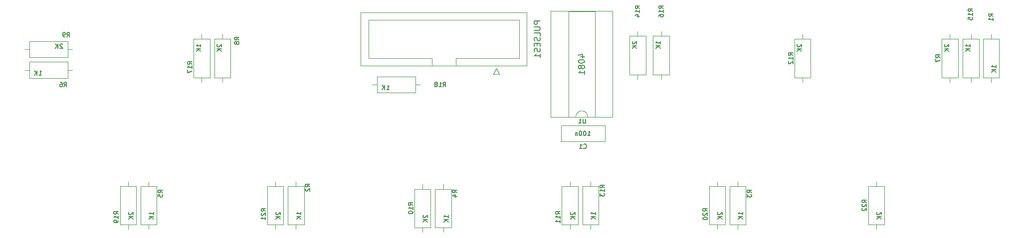
<source format=gbr>
G04 #@! TF.GenerationSoftware,KiCad,Pcbnew,(6.0.5)*
G04 #@! TF.CreationDate,2022-07-31T15:37:13-05:00*
G04 #@! TF.ProjectId,KosmoPulseMain,4b6f736d-6f50-4756-9c73-654d61696e2e,rev?*
G04 #@! TF.SameCoordinates,Original*
G04 #@! TF.FileFunction,Legend,Bot*
G04 #@! TF.FilePolarity,Positive*
%FSLAX46Y46*%
G04 Gerber Fmt 4.6, Leading zero omitted, Abs format (unit mm)*
G04 Created by KiCad (PCBNEW (6.0.5)) date 2022-07-31 15:37:13*
%MOMM*%
%LPD*%
G01*
G04 APERTURE LIST*
%ADD10C,0.150000*%
%ADD11C,0.120000*%
G04 APERTURE END LIST*
D10*
X83839285Y-139017857D02*
X83482142Y-138767857D01*
X83839285Y-138589285D02*
X83089285Y-138589285D01*
X83089285Y-138875000D01*
X83125000Y-138946428D01*
X83160714Y-138982142D01*
X83232142Y-139017857D01*
X83339285Y-139017857D01*
X83410714Y-138982142D01*
X83446428Y-138946428D01*
X83482142Y-138875000D01*
X83482142Y-138589285D01*
X83839285Y-139732142D02*
X83839285Y-139303571D01*
X83839285Y-139517857D02*
X83089285Y-139517857D01*
X83196428Y-139446428D01*
X83267857Y-139375000D01*
X83303571Y-139303571D01*
X83839285Y-140089285D02*
X83839285Y-140232142D01*
X83803571Y-140303571D01*
X83767857Y-140339285D01*
X83660714Y-140410714D01*
X83517857Y-140446428D01*
X83232142Y-140446428D01*
X83160714Y-140410714D01*
X83125000Y-140375000D01*
X83089285Y-140303571D01*
X83089285Y-140160714D01*
X83125000Y-140089285D01*
X83160714Y-140053571D01*
X83232142Y-140017857D01*
X83410714Y-140017857D01*
X83482142Y-140053571D01*
X83517857Y-140089285D01*
X83553571Y-140160714D01*
X83553571Y-140303571D01*
X83517857Y-140375000D01*
X83482142Y-140410714D01*
X83410714Y-140446428D01*
X85668714Y-138688714D02*
X85633000Y-138724428D01*
X85597285Y-138795857D01*
X85597285Y-138974428D01*
X85633000Y-139045857D01*
X85668714Y-139081571D01*
X85740142Y-139117285D01*
X85811571Y-139117285D01*
X85918714Y-139081571D01*
X86347285Y-138653000D01*
X86347285Y-139117285D01*
X86347285Y-139438714D02*
X85597285Y-139438714D01*
X86347285Y-139867285D02*
X85918714Y-139545857D01*
X85597285Y-139867285D02*
X86025857Y-139438714D01*
X75125000Y-108839285D02*
X75375000Y-108482142D01*
X75553571Y-108839285D02*
X75553571Y-108089285D01*
X75267857Y-108089285D01*
X75196428Y-108125000D01*
X75160714Y-108160714D01*
X75125000Y-108232142D01*
X75125000Y-108339285D01*
X75160714Y-108410714D01*
X75196428Y-108446428D01*
X75267857Y-108482142D01*
X75553571Y-108482142D01*
X74767857Y-108839285D02*
X74625000Y-108839285D01*
X74553571Y-108803571D01*
X74517857Y-108767857D01*
X74446428Y-108660714D01*
X74410714Y-108517857D01*
X74410714Y-108232142D01*
X74446428Y-108160714D01*
X74482142Y-108125000D01*
X74553571Y-108089285D01*
X74696428Y-108089285D01*
X74767857Y-108125000D01*
X74803571Y-108160714D01*
X74839285Y-108232142D01*
X74839285Y-108410714D01*
X74803571Y-108482142D01*
X74767857Y-108517857D01*
X74696428Y-108553571D01*
X74553571Y-108553571D01*
X74482142Y-108517857D01*
X74446428Y-108482142D01*
X74410714Y-108410714D01*
X74367285Y-110152714D02*
X74331571Y-110117000D01*
X74260142Y-110081285D01*
X74081571Y-110081285D01*
X74010142Y-110117000D01*
X73974428Y-110152714D01*
X73938714Y-110224142D01*
X73938714Y-110295571D01*
X73974428Y-110402714D01*
X74403000Y-110831285D01*
X73938714Y-110831285D01*
X73617285Y-110831285D02*
X73617285Y-110081285D01*
X73188714Y-110831285D02*
X73510142Y-110402714D01*
X73188714Y-110081285D02*
X73617285Y-110509857D01*
X183839285Y-138517857D02*
X183482142Y-138267857D01*
X183839285Y-138089285D02*
X183089285Y-138089285D01*
X183089285Y-138375000D01*
X183125000Y-138446428D01*
X183160714Y-138482142D01*
X183232142Y-138517857D01*
X183339285Y-138517857D01*
X183410714Y-138482142D01*
X183446428Y-138446428D01*
X183482142Y-138375000D01*
X183482142Y-138089285D01*
X183160714Y-138803571D02*
X183125000Y-138839285D01*
X183089285Y-138910714D01*
X183089285Y-139089285D01*
X183125000Y-139160714D01*
X183160714Y-139196428D01*
X183232142Y-139232142D01*
X183303571Y-139232142D01*
X183410714Y-139196428D01*
X183839285Y-138767857D01*
X183839285Y-139232142D01*
X183089285Y-139696428D02*
X183089285Y-139767857D01*
X183125000Y-139839285D01*
X183160714Y-139875000D01*
X183232142Y-139910714D01*
X183375000Y-139946428D01*
X183553571Y-139946428D01*
X183696428Y-139910714D01*
X183767857Y-139875000D01*
X183803571Y-139839285D01*
X183839285Y-139767857D01*
X183839285Y-139696428D01*
X183803571Y-139625000D01*
X183767857Y-139589285D01*
X183696428Y-139553571D01*
X183553571Y-139517857D01*
X183375000Y-139517857D01*
X183232142Y-139553571D01*
X183160714Y-139589285D01*
X183125000Y-139625000D01*
X183089285Y-139696428D01*
X185668714Y-138688714D02*
X185633000Y-138724428D01*
X185597285Y-138795857D01*
X185597285Y-138974428D01*
X185633000Y-139045857D01*
X185668714Y-139081571D01*
X185740142Y-139117285D01*
X185811571Y-139117285D01*
X185918714Y-139081571D01*
X186347285Y-138653000D01*
X186347285Y-139117285D01*
X186347285Y-139438714D02*
X185597285Y-139438714D01*
X186347285Y-139867285D02*
X185918714Y-139545857D01*
X185597285Y-139867285D02*
X186025857Y-139438714D01*
X166339285Y-134517857D02*
X165982142Y-134267857D01*
X166339285Y-134089285D02*
X165589285Y-134089285D01*
X165589285Y-134375000D01*
X165625000Y-134446428D01*
X165660714Y-134482142D01*
X165732142Y-134517857D01*
X165839285Y-134517857D01*
X165910714Y-134482142D01*
X165946428Y-134446428D01*
X165982142Y-134375000D01*
X165982142Y-134089285D01*
X166339285Y-135232142D02*
X166339285Y-134803571D01*
X166339285Y-135017857D02*
X165589285Y-135017857D01*
X165696428Y-134946428D01*
X165767857Y-134875000D01*
X165803571Y-134803571D01*
X165589285Y-135482142D02*
X165589285Y-135946428D01*
X165875000Y-135696428D01*
X165875000Y-135803571D01*
X165910714Y-135875000D01*
X165946428Y-135910714D01*
X166017857Y-135946428D01*
X166196428Y-135946428D01*
X166267857Y-135910714D01*
X166303571Y-135875000D01*
X166339285Y-135803571D01*
X166339285Y-135589285D01*
X166303571Y-135517857D01*
X166267857Y-135482142D01*
X164847285Y-139117285D02*
X164847285Y-138688714D01*
X164847285Y-138903000D02*
X164097285Y-138903000D01*
X164204428Y-138831571D01*
X164275857Y-138760142D01*
X164311571Y-138688714D01*
X164847285Y-139438714D02*
X164097285Y-139438714D01*
X164847285Y-139867285D02*
X164418714Y-139545857D01*
X164097285Y-139867285D02*
X164525857Y-139438714D01*
X232339285Y-105375000D02*
X231982142Y-105125000D01*
X232339285Y-104946428D02*
X231589285Y-104946428D01*
X231589285Y-105232142D01*
X231625000Y-105303571D01*
X231660714Y-105339285D01*
X231732142Y-105375000D01*
X231839285Y-105375000D01*
X231910714Y-105339285D01*
X231946428Y-105303571D01*
X231982142Y-105232142D01*
X231982142Y-104946428D01*
X232339285Y-106089285D02*
X232339285Y-105660714D01*
X232339285Y-105875000D02*
X231589285Y-105875000D01*
X231696428Y-105803571D01*
X231767857Y-105732142D01*
X231803571Y-105660714D01*
X232847285Y-114117285D02*
X232847285Y-113688714D01*
X232847285Y-113903000D02*
X232097285Y-113903000D01*
X232204428Y-113831571D01*
X232275857Y-113760142D01*
X232311571Y-113688714D01*
X232847285Y-114438714D02*
X232097285Y-114438714D01*
X232847285Y-114867285D02*
X232418714Y-114545857D01*
X232097285Y-114867285D02*
X232525857Y-114438714D01*
X223339285Y-112375000D02*
X222982142Y-112125000D01*
X223339285Y-111946428D02*
X222589285Y-111946428D01*
X222589285Y-112232142D01*
X222625000Y-112303571D01*
X222660714Y-112339285D01*
X222732142Y-112375000D01*
X222839285Y-112375000D01*
X222910714Y-112339285D01*
X222946428Y-112303571D01*
X222982142Y-112232142D01*
X222982142Y-111946428D01*
X222589285Y-112625000D02*
X222589285Y-113125000D01*
X223339285Y-112803571D01*
X224152714Y-110132714D02*
X224117000Y-110168428D01*
X224081285Y-110239857D01*
X224081285Y-110418428D01*
X224117000Y-110489857D01*
X224152714Y-110525571D01*
X224224142Y-110561285D01*
X224295571Y-110561285D01*
X224402714Y-110525571D01*
X224831285Y-110097000D01*
X224831285Y-110561285D01*
X224831285Y-110882714D02*
X224081285Y-110882714D01*
X224831285Y-111311285D02*
X224402714Y-110989857D01*
X224081285Y-111311285D02*
X224509857Y-110882714D01*
X191339285Y-135375000D02*
X190982142Y-135125000D01*
X191339285Y-134946428D02*
X190589285Y-134946428D01*
X190589285Y-135232142D01*
X190625000Y-135303571D01*
X190660714Y-135339285D01*
X190732142Y-135375000D01*
X190839285Y-135375000D01*
X190910714Y-135339285D01*
X190946428Y-135303571D01*
X190982142Y-135232142D01*
X190982142Y-134946428D01*
X190589285Y-135625000D02*
X190589285Y-136089285D01*
X190875000Y-135839285D01*
X190875000Y-135946428D01*
X190910714Y-136017857D01*
X190946428Y-136053571D01*
X191017857Y-136089285D01*
X191196428Y-136089285D01*
X191267857Y-136053571D01*
X191303571Y-136017857D01*
X191339285Y-135946428D01*
X191339285Y-135732142D01*
X191303571Y-135660714D01*
X191267857Y-135625000D01*
X189847285Y-139117285D02*
X189847285Y-138688714D01*
X189847285Y-138903000D02*
X189097285Y-138903000D01*
X189204428Y-138831571D01*
X189275857Y-138760142D01*
X189311571Y-138688714D01*
X189847285Y-139438714D02*
X189097285Y-139438714D01*
X189847285Y-139867285D02*
X189418714Y-139545857D01*
X189097285Y-139867285D02*
X189525857Y-139438714D01*
X104339285Y-109375000D02*
X103982142Y-109125000D01*
X104339285Y-108946428D02*
X103589285Y-108946428D01*
X103589285Y-109232142D01*
X103625000Y-109303571D01*
X103660714Y-109339285D01*
X103732142Y-109375000D01*
X103839285Y-109375000D01*
X103910714Y-109339285D01*
X103946428Y-109303571D01*
X103982142Y-109232142D01*
X103982142Y-108946428D01*
X103910714Y-109803571D02*
X103875000Y-109732142D01*
X103839285Y-109696428D01*
X103767857Y-109660714D01*
X103732142Y-109660714D01*
X103660714Y-109696428D01*
X103625000Y-109732142D01*
X103589285Y-109803571D01*
X103589285Y-109946428D01*
X103625000Y-110017857D01*
X103660714Y-110053571D01*
X103732142Y-110089285D01*
X103767857Y-110089285D01*
X103839285Y-110053571D01*
X103875000Y-110017857D01*
X103910714Y-109946428D01*
X103910714Y-109803571D01*
X103946428Y-109732142D01*
X103982142Y-109696428D01*
X104053571Y-109660714D01*
X104196428Y-109660714D01*
X104267857Y-109696428D01*
X104303571Y-109732142D01*
X104339285Y-109803571D01*
X104339285Y-109946428D01*
X104303571Y-110017857D01*
X104267857Y-110053571D01*
X104196428Y-110089285D01*
X104053571Y-110089285D01*
X103982142Y-110053571D01*
X103946428Y-110017857D01*
X103910714Y-109946428D01*
X100652714Y-110132714D02*
X100617000Y-110168428D01*
X100581285Y-110239857D01*
X100581285Y-110418428D01*
X100617000Y-110489857D01*
X100652714Y-110525571D01*
X100724142Y-110561285D01*
X100795571Y-110561285D01*
X100902714Y-110525571D01*
X101331285Y-110097000D01*
X101331285Y-110561285D01*
X101331285Y-110882714D02*
X100581285Y-110882714D01*
X101331285Y-111311285D02*
X100902714Y-110989857D01*
X100581285Y-111311285D02*
X101009857Y-110882714D01*
X91339285Y-135375000D02*
X90982142Y-135125000D01*
X91339285Y-134946428D02*
X90589285Y-134946428D01*
X90589285Y-135232142D01*
X90625000Y-135303571D01*
X90660714Y-135339285D01*
X90732142Y-135375000D01*
X90839285Y-135375000D01*
X90910714Y-135339285D01*
X90946428Y-135303571D01*
X90982142Y-135232142D01*
X90982142Y-134946428D01*
X90589285Y-136053571D02*
X90589285Y-135696428D01*
X90946428Y-135660714D01*
X90910714Y-135696428D01*
X90875000Y-135767857D01*
X90875000Y-135946428D01*
X90910714Y-136017857D01*
X90946428Y-136053571D01*
X91017857Y-136089285D01*
X91196428Y-136089285D01*
X91267857Y-136053571D01*
X91303571Y-136017857D01*
X91339285Y-135946428D01*
X91339285Y-135767857D01*
X91303571Y-135696428D01*
X91267857Y-135660714D01*
X89847285Y-139117285D02*
X89847285Y-138688714D01*
X89847285Y-138903000D02*
X89097285Y-138903000D01*
X89204428Y-138831571D01*
X89275857Y-138760142D01*
X89311571Y-138688714D01*
X89847285Y-139438714D02*
X89097285Y-139438714D01*
X89847285Y-139867285D02*
X89418714Y-139545857D01*
X89097285Y-139867285D02*
X89525857Y-139438714D01*
X74625000Y-117339285D02*
X74875000Y-116982142D01*
X75053571Y-117339285D02*
X75053571Y-116589285D01*
X74767857Y-116589285D01*
X74696428Y-116625000D01*
X74660714Y-116660714D01*
X74625000Y-116732142D01*
X74625000Y-116839285D01*
X74660714Y-116910714D01*
X74696428Y-116946428D01*
X74767857Y-116982142D01*
X75053571Y-116982142D01*
X73982142Y-116589285D02*
X74125000Y-116589285D01*
X74196428Y-116625000D01*
X74232142Y-116660714D01*
X74303571Y-116767857D01*
X74339285Y-116910714D01*
X74339285Y-117196428D01*
X74303571Y-117267857D01*
X74267857Y-117303571D01*
X74196428Y-117339285D01*
X74053571Y-117339285D01*
X73982142Y-117303571D01*
X73946428Y-117267857D01*
X73910714Y-117196428D01*
X73910714Y-117017857D01*
X73946428Y-116946428D01*
X73982142Y-116910714D01*
X74053571Y-116875000D01*
X74196428Y-116875000D01*
X74267857Y-116910714D01*
X74303571Y-116946428D01*
X74339285Y-117017857D01*
X70382714Y-115347285D02*
X70811285Y-115347285D01*
X70597000Y-115347285D02*
X70597000Y-114597285D01*
X70668428Y-114704428D01*
X70739857Y-114775857D01*
X70811285Y-114811571D01*
X70061285Y-115347285D02*
X70061285Y-114597285D01*
X69632714Y-115347285D02*
X69954142Y-114918714D01*
X69632714Y-114597285D02*
X70061285Y-115025857D01*
X133839285Y-137517857D02*
X133482142Y-137267857D01*
X133839285Y-137089285D02*
X133089285Y-137089285D01*
X133089285Y-137375000D01*
X133125000Y-137446428D01*
X133160714Y-137482142D01*
X133232142Y-137517857D01*
X133339285Y-137517857D01*
X133410714Y-137482142D01*
X133446428Y-137446428D01*
X133482142Y-137375000D01*
X133482142Y-137089285D01*
X133839285Y-138232142D02*
X133839285Y-137803571D01*
X133839285Y-138017857D02*
X133089285Y-138017857D01*
X133196428Y-137946428D01*
X133267857Y-137875000D01*
X133303571Y-137803571D01*
X133089285Y-138696428D02*
X133089285Y-138767857D01*
X133125000Y-138839285D01*
X133160714Y-138875000D01*
X133232142Y-138910714D01*
X133375000Y-138946428D01*
X133553571Y-138946428D01*
X133696428Y-138910714D01*
X133767857Y-138875000D01*
X133803571Y-138839285D01*
X133839285Y-138767857D01*
X133839285Y-138696428D01*
X133803571Y-138625000D01*
X133767857Y-138589285D01*
X133696428Y-138553571D01*
X133553571Y-138517857D01*
X133375000Y-138517857D01*
X133232142Y-138553571D01*
X133160714Y-138589285D01*
X133125000Y-138625000D01*
X133089285Y-138696428D01*
X135668714Y-139188714D02*
X135633000Y-139224428D01*
X135597285Y-139295857D01*
X135597285Y-139474428D01*
X135633000Y-139545857D01*
X135668714Y-139581571D01*
X135740142Y-139617285D01*
X135811571Y-139617285D01*
X135918714Y-139581571D01*
X136347285Y-139153000D01*
X136347285Y-139617285D01*
X136347285Y-139938714D02*
X135597285Y-139938714D01*
X136347285Y-140367285D02*
X135918714Y-140045857D01*
X135597285Y-140367285D02*
X136025857Y-139938714D01*
X198339285Y-112017857D02*
X197982142Y-111767857D01*
X198339285Y-111589285D02*
X197589285Y-111589285D01*
X197589285Y-111875000D01*
X197625000Y-111946428D01*
X197660714Y-111982142D01*
X197732142Y-112017857D01*
X197839285Y-112017857D01*
X197910714Y-111982142D01*
X197946428Y-111946428D01*
X197982142Y-111875000D01*
X197982142Y-111589285D01*
X198339285Y-112732142D02*
X198339285Y-112303571D01*
X198339285Y-112517857D02*
X197589285Y-112517857D01*
X197696428Y-112446428D01*
X197767857Y-112375000D01*
X197803571Y-112303571D01*
X197660714Y-113017857D02*
X197625000Y-113053571D01*
X197589285Y-113125000D01*
X197589285Y-113303571D01*
X197625000Y-113375000D01*
X197660714Y-113410714D01*
X197732142Y-113446428D01*
X197803571Y-113446428D01*
X197910714Y-113410714D01*
X198339285Y-112982142D01*
X198339285Y-113446428D01*
X199152714Y-110132714D02*
X199117000Y-110168428D01*
X199081285Y-110239857D01*
X199081285Y-110418428D01*
X199117000Y-110489857D01*
X199152714Y-110525571D01*
X199224142Y-110561285D01*
X199295571Y-110561285D01*
X199402714Y-110525571D01*
X199831285Y-110097000D01*
X199831285Y-110561285D01*
X199831285Y-110882714D02*
X199081285Y-110882714D01*
X199831285Y-111311285D02*
X199402714Y-110989857D01*
X199081285Y-111311285D02*
X199509857Y-110882714D01*
X228839285Y-104517857D02*
X228482142Y-104267857D01*
X228839285Y-104089285D02*
X228089285Y-104089285D01*
X228089285Y-104375000D01*
X228125000Y-104446428D01*
X228160714Y-104482142D01*
X228232142Y-104517857D01*
X228339285Y-104517857D01*
X228410714Y-104482142D01*
X228446428Y-104446428D01*
X228482142Y-104375000D01*
X228482142Y-104089285D01*
X228839285Y-105232142D02*
X228839285Y-104803571D01*
X228839285Y-105017857D02*
X228089285Y-105017857D01*
X228196428Y-104946428D01*
X228267857Y-104875000D01*
X228303571Y-104803571D01*
X228089285Y-105910714D02*
X228089285Y-105553571D01*
X228446428Y-105517857D01*
X228410714Y-105553571D01*
X228375000Y-105625000D01*
X228375000Y-105803571D01*
X228410714Y-105875000D01*
X228446428Y-105910714D01*
X228517857Y-105946428D01*
X228696428Y-105946428D01*
X228767857Y-105910714D01*
X228803571Y-105875000D01*
X228839285Y-105803571D01*
X228839285Y-105625000D01*
X228803571Y-105553571D01*
X228767857Y-105517857D01*
X228411285Y-110561285D02*
X228411285Y-110132714D01*
X228411285Y-110347000D02*
X227661285Y-110347000D01*
X227768428Y-110275571D01*
X227839857Y-110204142D01*
X227875571Y-110132714D01*
X228411285Y-110882714D02*
X227661285Y-110882714D01*
X228411285Y-111311285D02*
X227982714Y-110989857D01*
X227661285Y-111311285D02*
X228089857Y-110882714D01*
X116339285Y-134375000D02*
X115982142Y-134125000D01*
X116339285Y-133946428D02*
X115589285Y-133946428D01*
X115589285Y-134232142D01*
X115625000Y-134303571D01*
X115660714Y-134339285D01*
X115732142Y-134375000D01*
X115839285Y-134375000D01*
X115910714Y-134339285D01*
X115946428Y-134303571D01*
X115982142Y-134232142D01*
X115982142Y-133946428D01*
X115660714Y-134660714D02*
X115625000Y-134696428D01*
X115589285Y-134767857D01*
X115589285Y-134946428D01*
X115625000Y-135017857D01*
X115660714Y-135053571D01*
X115732142Y-135089285D01*
X115803571Y-135089285D01*
X115910714Y-135053571D01*
X116339285Y-134625000D01*
X116339285Y-135089285D01*
X114847285Y-139117285D02*
X114847285Y-138688714D01*
X114847285Y-138903000D02*
X114097285Y-138903000D01*
X114204428Y-138831571D01*
X114275857Y-138760142D01*
X114311571Y-138688714D01*
X114847285Y-139438714D02*
X114097285Y-139438714D01*
X114847285Y-139867285D02*
X114418714Y-139545857D01*
X114097285Y-139867285D02*
X114525857Y-139438714D01*
X210839285Y-137017857D02*
X210482142Y-136767857D01*
X210839285Y-136589285D02*
X210089285Y-136589285D01*
X210089285Y-136875000D01*
X210125000Y-136946428D01*
X210160714Y-136982142D01*
X210232142Y-137017857D01*
X210339285Y-137017857D01*
X210410714Y-136982142D01*
X210446428Y-136946428D01*
X210482142Y-136875000D01*
X210482142Y-136589285D01*
X210160714Y-137303571D02*
X210125000Y-137339285D01*
X210089285Y-137410714D01*
X210089285Y-137589285D01*
X210125000Y-137660714D01*
X210160714Y-137696428D01*
X210232142Y-137732142D01*
X210303571Y-137732142D01*
X210410714Y-137696428D01*
X210839285Y-137267857D01*
X210839285Y-137732142D01*
X210160714Y-138017857D02*
X210125000Y-138053571D01*
X210089285Y-138125000D01*
X210089285Y-138303571D01*
X210125000Y-138375000D01*
X210160714Y-138410714D01*
X210232142Y-138446428D01*
X210303571Y-138446428D01*
X210410714Y-138410714D01*
X210839285Y-137982142D01*
X210839285Y-138446428D01*
X212668714Y-138688714D02*
X212633000Y-138724428D01*
X212597285Y-138795857D01*
X212597285Y-138974428D01*
X212633000Y-139045857D01*
X212668714Y-139081571D01*
X212740142Y-139117285D01*
X212811571Y-139117285D01*
X212918714Y-139081571D01*
X213347285Y-138653000D01*
X213347285Y-139117285D01*
X213347285Y-139438714D02*
X212597285Y-139438714D01*
X213347285Y-139867285D02*
X212918714Y-139545857D01*
X212597285Y-139867285D02*
X213025857Y-139438714D01*
X155452380Y-106158571D02*
X154452380Y-106158571D01*
X154452380Y-106539523D01*
X154500000Y-106634761D01*
X154547619Y-106682380D01*
X154642857Y-106730000D01*
X154785714Y-106730000D01*
X154880952Y-106682380D01*
X154928571Y-106634761D01*
X154976190Y-106539523D01*
X154976190Y-106158571D01*
X154452380Y-107158571D02*
X155261904Y-107158571D01*
X155357142Y-107206190D01*
X155404761Y-107253809D01*
X155452380Y-107349047D01*
X155452380Y-107539523D01*
X155404761Y-107634761D01*
X155357142Y-107682380D01*
X155261904Y-107730000D01*
X154452380Y-107730000D01*
X155452380Y-108682380D02*
X155452380Y-108206190D01*
X154452380Y-108206190D01*
X155404761Y-108968095D02*
X155452380Y-109110952D01*
X155452380Y-109349047D01*
X155404761Y-109444285D01*
X155357142Y-109491904D01*
X155261904Y-109539523D01*
X155166666Y-109539523D01*
X155071428Y-109491904D01*
X155023809Y-109444285D01*
X154976190Y-109349047D01*
X154928571Y-109158571D01*
X154880952Y-109063333D01*
X154833333Y-109015714D01*
X154738095Y-108968095D01*
X154642857Y-108968095D01*
X154547619Y-109015714D01*
X154500000Y-109063333D01*
X154452380Y-109158571D01*
X154452380Y-109396666D01*
X154500000Y-109539523D01*
X154928571Y-109968095D02*
X154928571Y-110301428D01*
X155452380Y-110444285D02*
X155452380Y-109968095D01*
X154452380Y-109968095D01*
X154452380Y-110444285D01*
X155404761Y-110825238D02*
X155452380Y-110968095D01*
X155452380Y-111206190D01*
X155404761Y-111301428D01*
X155357142Y-111349047D01*
X155261904Y-111396666D01*
X155166666Y-111396666D01*
X155071428Y-111349047D01*
X155023809Y-111301428D01*
X154976190Y-111206190D01*
X154928571Y-111015714D01*
X154880952Y-110920476D01*
X154833333Y-110872857D01*
X154738095Y-110825238D01*
X154642857Y-110825238D01*
X154547619Y-110872857D01*
X154500000Y-110920476D01*
X154452380Y-111015714D01*
X154452380Y-111253809D01*
X154500000Y-111396666D01*
X155452380Y-112349047D02*
X155452380Y-111777619D01*
X155452380Y-112063333D02*
X154452380Y-112063333D01*
X154595238Y-111968095D01*
X154690476Y-111872857D01*
X154738095Y-111777619D01*
X108839285Y-138517857D02*
X108482142Y-138267857D01*
X108839285Y-138089285D02*
X108089285Y-138089285D01*
X108089285Y-138375000D01*
X108125000Y-138446428D01*
X108160714Y-138482142D01*
X108232142Y-138517857D01*
X108339285Y-138517857D01*
X108410714Y-138482142D01*
X108446428Y-138446428D01*
X108482142Y-138375000D01*
X108482142Y-138089285D01*
X108160714Y-138803571D02*
X108125000Y-138839285D01*
X108089285Y-138910714D01*
X108089285Y-139089285D01*
X108125000Y-139160714D01*
X108160714Y-139196428D01*
X108232142Y-139232142D01*
X108303571Y-139232142D01*
X108410714Y-139196428D01*
X108839285Y-138767857D01*
X108839285Y-139232142D01*
X108839285Y-139946428D02*
X108839285Y-139517857D01*
X108839285Y-139732142D02*
X108089285Y-139732142D01*
X108196428Y-139660714D01*
X108267857Y-139589285D01*
X108303571Y-139517857D01*
X110668714Y-138688714D02*
X110633000Y-138724428D01*
X110597285Y-138795857D01*
X110597285Y-138974428D01*
X110633000Y-139045857D01*
X110668714Y-139081571D01*
X110740142Y-139117285D01*
X110811571Y-139117285D01*
X110918714Y-139081571D01*
X111347285Y-138653000D01*
X111347285Y-139117285D01*
X111347285Y-139438714D02*
X110597285Y-139438714D01*
X111347285Y-139867285D02*
X110918714Y-139545857D01*
X110597285Y-139867285D02*
X111025857Y-139438714D01*
X163171428Y-122789285D02*
X163171428Y-123396428D01*
X163135714Y-123467857D01*
X163100000Y-123503571D01*
X163028571Y-123539285D01*
X162885714Y-123539285D01*
X162814285Y-123503571D01*
X162778571Y-123467857D01*
X162742857Y-123396428D01*
X162742857Y-122789285D01*
X161992857Y-123539285D02*
X162421428Y-123539285D01*
X162207142Y-123539285D02*
X162207142Y-122789285D01*
X162278571Y-122896428D01*
X162350000Y-122967857D01*
X162421428Y-123003571D01*
X162295714Y-112261904D02*
X162962380Y-112261904D01*
X161914761Y-112023809D02*
X162629047Y-111785714D01*
X162629047Y-112404761D01*
X161962380Y-112976190D02*
X161962380Y-113071428D01*
X162010000Y-113166666D01*
X162057619Y-113214285D01*
X162152857Y-113261904D01*
X162343333Y-113309523D01*
X162581428Y-113309523D01*
X162771904Y-113261904D01*
X162867142Y-113214285D01*
X162914761Y-113166666D01*
X162962380Y-113071428D01*
X162962380Y-112976190D01*
X162914761Y-112880952D01*
X162867142Y-112833333D01*
X162771904Y-112785714D01*
X162581428Y-112738095D01*
X162343333Y-112738095D01*
X162152857Y-112785714D01*
X162057619Y-112833333D01*
X162010000Y-112880952D01*
X161962380Y-112976190D01*
X162390952Y-113880952D02*
X162343333Y-113785714D01*
X162295714Y-113738095D01*
X162200476Y-113690476D01*
X162152857Y-113690476D01*
X162057619Y-113738095D01*
X162010000Y-113785714D01*
X161962380Y-113880952D01*
X161962380Y-114071428D01*
X162010000Y-114166666D01*
X162057619Y-114214285D01*
X162152857Y-114261904D01*
X162200476Y-114261904D01*
X162295714Y-114214285D01*
X162343333Y-114166666D01*
X162390952Y-114071428D01*
X162390952Y-113880952D01*
X162438571Y-113785714D01*
X162486190Y-113738095D01*
X162581428Y-113690476D01*
X162771904Y-113690476D01*
X162867142Y-113738095D01*
X162914761Y-113785714D01*
X162962380Y-113880952D01*
X162962380Y-114071428D01*
X162914761Y-114166666D01*
X162867142Y-114214285D01*
X162771904Y-114261904D01*
X162581428Y-114261904D01*
X162486190Y-114214285D01*
X162438571Y-114166666D01*
X162390952Y-114071428D01*
X162962380Y-115214285D02*
X162962380Y-114642857D01*
X162962380Y-114928571D02*
X161962380Y-114928571D01*
X162105238Y-114833333D01*
X162200476Y-114738095D01*
X162248095Y-114642857D01*
X138982142Y-117339285D02*
X139232142Y-116982142D01*
X139410714Y-117339285D02*
X139410714Y-116589285D01*
X139125000Y-116589285D01*
X139053571Y-116625000D01*
X139017857Y-116660714D01*
X138982142Y-116732142D01*
X138982142Y-116839285D01*
X139017857Y-116910714D01*
X139053571Y-116946428D01*
X139125000Y-116982142D01*
X139410714Y-116982142D01*
X138267857Y-117339285D02*
X138696428Y-117339285D01*
X138482142Y-117339285D02*
X138482142Y-116589285D01*
X138553571Y-116696428D01*
X138625000Y-116767857D01*
X138696428Y-116803571D01*
X137839285Y-116910714D02*
X137910714Y-116875000D01*
X137946428Y-116839285D01*
X137982142Y-116767857D01*
X137982142Y-116732142D01*
X137946428Y-116660714D01*
X137910714Y-116625000D01*
X137839285Y-116589285D01*
X137696428Y-116589285D01*
X137625000Y-116625000D01*
X137589285Y-116660714D01*
X137553571Y-116732142D01*
X137553571Y-116767857D01*
X137589285Y-116839285D01*
X137625000Y-116875000D01*
X137696428Y-116910714D01*
X137839285Y-116910714D01*
X137910714Y-116946428D01*
X137946428Y-116982142D01*
X137982142Y-117053571D01*
X137982142Y-117196428D01*
X137946428Y-117267857D01*
X137910714Y-117303571D01*
X137839285Y-117339285D01*
X137696428Y-117339285D01*
X137625000Y-117303571D01*
X137589285Y-117267857D01*
X137553571Y-117196428D01*
X137553571Y-117053571D01*
X137589285Y-116982142D01*
X137625000Y-116946428D01*
X137696428Y-116910714D01*
X129382714Y-117847285D02*
X129811285Y-117847285D01*
X129597000Y-117847285D02*
X129597000Y-117097285D01*
X129668428Y-117204428D01*
X129739857Y-117275857D01*
X129811285Y-117311571D01*
X129061285Y-117847285D02*
X129061285Y-117097285D01*
X128632714Y-117847285D02*
X128954142Y-117418714D01*
X128632714Y-117097285D02*
X129061285Y-117525857D01*
X162825000Y-127767857D02*
X162860714Y-127803571D01*
X162967857Y-127839285D01*
X163039285Y-127839285D01*
X163146428Y-127803571D01*
X163217857Y-127732142D01*
X163253571Y-127660714D01*
X163289285Y-127517857D01*
X163289285Y-127410714D01*
X163253571Y-127267857D01*
X163217857Y-127196428D01*
X163146428Y-127125000D01*
X163039285Y-127089285D01*
X162967857Y-127089285D01*
X162860714Y-127125000D01*
X162825000Y-127160714D01*
X162110714Y-127839285D02*
X162539285Y-127839285D01*
X162325000Y-127839285D02*
X162325000Y-127089285D01*
X162396428Y-127196428D01*
X162467857Y-127267857D01*
X162539285Y-127303571D01*
X163499285Y-125639285D02*
X163927857Y-125639285D01*
X163713571Y-125639285D02*
X163713571Y-124889285D01*
X163785000Y-124996428D01*
X163856428Y-125067857D01*
X163927857Y-125103571D01*
X163035000Y-124889285D02*
X162963571Y-124889285D01*
X162892142Y-124925000D01*
X162856428Y-124960714D01*
X162820714Y-125032142D01*
X162785000Y-125175000D01*
X162785000Y-125353571D01*
X162820714Y-125496428D01*
X162856428Y-125567857D01*
X162892142Y-125603571D01*
X162963571Y-125639285D01*
X163035000Y-125639285D01*
X163106428Y-125603571D01*
X163142142Y-125567857D01*
X163177857Y-125496428D01*
X163213571Y-125353571D01*
X163213571Y-125175000D01*
X163177857Y-125032142D01*
X163142142Y-124960714D01*
X163106428Y-124925000D01*
X163035000Y-124889285D01*
X162320714Y-124889285D02*
X162249285Y-124889285D01*
X162177857Y-124925000D01*
X162142142Y-124960714D01*
X162106428Y-125032142D01*
X162070714Y-125175000D01*
X162070714Y-125353571D01*
X162106428Y-125496428D01*
X162142142Y-125567857D01*
X162177857Y-125603571D01*
X162249285Y-125639285D01*
X162320714Y-125639285D01*
X162392142Y-125603571D01*
X162427857Y-125567857D01*
X162463571Y-125496428D01*
X162499285Y-125353571D01*
X162499285Y-125175000D01*
X162463571Y-125032142D01*
X162427857Y-124960714D01*
X162392142Y-124925000D01*
X162320714Y-124889285D01*
X161749285Y-125139285D02*
X161749285Y-125639285D01*
X161749285Y-125210714D02*
X161713571Y-125175000D01*
X161642142Y-125139285D01*
X161535000Y-125139285D01*
X161463571Y-125175000D01*
X161427857Y-125246428D01*
X161427857Y-125639285D01*
X158839285Y-139017857D02*
X158482142Y-138767857D01*
X158839285Y-138589285D02*
X158089285Y-138589285D01*
X158089285Y-138875000D01*
X158125000Y-138946428D01*
X158160714Y-138982142D01*
X158232142Y-139017857D01*
X158339285Y-139017857D01*
X158410714Y-138982142D01*
X158446428Y-138946428D01*
X158482142Y-138875000D01*
X158482142Y-138589285D01*
X158839285Y-139732142D02*
X158839285Y-139303571D01*
X158839285Y-139517857D02*
X158089285Y-139517857D01*
X158196428Y-139446428D01*
X158267857Y-139375000D01*
X158303571Y-139303571D01*
X158839285Y-140446428D02*
X158839285Y-140017857D01*
X158839285Y-140232142D02*
X158089285Y-140232142D01*
X158196428Y-140160714D01*
X158267857Y-140089285D01*
X158303571Y-140017857D01*
X160668714Y-138688714D02*
X160633000Y-138724428D01*
X160597285Y-138795857D01*
X160597285Y-138974428D01*
X160633000Y-139045857D01*
X160668714Y-139081571D01*
X160740142Y-139117285D01*
X160811571Y-139117285D01*
X160918714Y-139081571D01*
X161347285Y-138653000D01*
X161347285Y-139117285D01*
X161347285Y-139438714D02*
X160597285Y-139438714D01*
X161347285Y-139867285D02*
X160918714Y-139545857D01*
X160597285Y-139867285D02*
X161025857Y-139438714D01*
X96339285Y-113517857D02*
X95982142Y-113267857D01*
X96339285Y-113089285D02*
X95589285Y-113089285D01*
X95589285Y-113375000D01*
X95625000Y-113446428D01*
X95660714Y-113482142D01*
X95732142Y-113517857D01*
X95839285Y-113517857D01*
X95910714Y-113482142D01*
X95946428Y-113446428D01*
X95982142Y-113375000D01*
X95982142Y-113089285D01*
X96339285Y-114232142D02*
X96339285Y-113803571D01*
X96339285Y-114017857D02*
X95589285Y-114017857D01*
X95696428Y-113946428D01*
X95767857Y-113875000D01*
X95803571Y-113803571D01*
X95589285Y-114482142D02*
X95589285Y-114982142D01*
X96339285Y-114660714D01*
X97831285Y-110561285D02*
X97831285Y-110132714D01*
X97831285Y-110347000D02*
X97081285Y-110347000D01*
X97188428Y-110275571D01*
X97259857Y-110204142D01*
X97295571Y-110132714D01*
X97831285Y-110882714D02*
X97081285Y-110882714D01*
X97831285Y-111311285D02*
X97402714Y-110989857D01*
X97081285Y-111311285D02*
X97509857Y-110882714D01*
X176339285Y-104017857D02*
X175982142Y-103767857D01*
X176339285Y-103589285D02*
X175589285Y-103589285D01*
X175589285Y-103875000D01*
X175625000Y-103946428D01*
X175660714Y-103982142D01*
X175732142Y-104017857D01*
X175839285Y-104017857D01*
X175910714Y-103982142D01*
X175946428Y-103946428D01*
X175982142Y-103875000D01*
X175982142Y-103589285D01*
X176339285Y-104732142D02*
X176339285Y-104303571D01*
X176339285Y-104517857D02*
X175589285Y-104517857D01*
X175696428Y-104446428D01*
X175767857Y-104375000D01*
X175803571Y-104303571D01*
X175589285Y-105375000D02*
X175589285Y-105232142D01*
X175625000Y-105160714D01*
X175660714Y-105125000D01*
X175767857Y-105053571D01*
X175910714Y-105017857D01*
X176196428Y-105017857D01*
X176267857Y-105053571D01*
X176303571Y-105089285D01*
X176339285Y-105160714D01*
X176339285Y-105303571D01*
X176303571Y-105375000D01*
X176267857Y-105410714D01*
X176196428Y-105446428D01*
X176017857Y-105446428D01*
X175946428Y-105410714D01*
X175910714Y-105375000D01*
X175875000Y-105303571D01*
X175875000Y-105160714D01*
X175910714Y-105089285D01*
X175946428Y-105053571D01*
X176017857Y-105017857D01*
X175831285Y-110061285D02*
X175831285Y-109632714D01*
X175831285Y-109847000D02*
X175081285Y-109847000D01*
X175188428Y-109775571D01*
X175259857Y-109704142D01*
X175295571Y-109632714D01*
X175831285Y-110382714D02*
X175081285Y-110382714D01*
X175831285Y-110811285D02*
X175402714Y-110489857D01*
X175081285Y-110811285D02*
X175509857Y-110382714D01*
X141339285Y-135375000D02*
X140982142Y-135125000D01*
X141339285Y-134946428D02*
X140589285Y-134946428D01*
X140589285Y-135232142D01*
X140625000Y-135303571D01*
X140660714Y-135339285D01*
X140732142Y-135375000D01*
X140839285Y-135375000D01*
X140910714Y-135339285D01*
X140946428Y-135303571D01*
X140982142Y-135232142D01*
X140982142Y-134946428D01*
X140839285Y-136017857D02*
X141339285Y-136017857D01*
X140553571Y-135839285D02*
X141089285Y-135660714D01*
X141089285Y-136125000D01*
X139847285Y-139617285D02*
X139847285Y-139188714D01*
X139847285Y-139403000D02*
X139097285Y-139403000D01*
X139204428Y-139331571D01*
X139275857Y-139260142D01*
X139311571Y-139188714D01*
X139847285Y-139938714D02*
X139097285Y-139938714D01*
X139847285Y-140367285D02*
X139418714Y-140045857D01*
X139097285Y-140367285D02*
X139525857Y-139938714D01*
X172339285Y-104017857D02*
X171982142Y-103767857D01*
X172339285Y-103589285D02*
X171589285Y-103589285D01*
X171589285Y-103875000D01*
X171625000Y-103946428D01*
X171660714Y-103982142D01*
X171732142Y-104017857D01*
X171839285Y-104017857D01*
X171910714Y-103982142D01*
X171946428Y-103946428D01*
X171982142Y-103875000D01*
X171982142Y-103589285D01*
X172339285Y-104732142D02*
X172339285Y-104303571D01*
X172339285Y-104517857D02*
X171589285Y-104517857D01*
X171696428Y-104446428D01*
X171767857Y-104375000D01*
X171803571Y-104303571D01*
X171839285Y-105375000D02*
X172339285Y-105375000D01*
X171553571Y-105196428D02*
X172089285Y-105017857D01*
X172089285Y-105482142D01*
X171152714Y-109632714D02*
X171117000Y-109668428D01*
X171081285Y-109739857D01*
X171081285Y-109918428D01*
X171117000Y-109989857D01*
X171152714Y-110025571D01*
X171224142Y-110061285D01*
X171295571Y-110061285D01*
X171402714Y-110025571D01*
X171831285Y-109597000D01*
X171831285Y-110061285D01*
X171831285Y-110382714D02*
X171081285Y-110382714D01*
X171831285Y-110811285D02*
X171402714Y-110489857D01*
X171081285Y-110811285D02*
X171509857Y-110382714D01*
D11*
X85500000Y-133460000D02*
X85500000Y-134230000D01*
X84130000Y-140770000D02*
X84130000Y-134230000D01*
X84130000Y-134230000D02*
X86870000Y-134230000D01*
X86870000Y-140770000D02*
X84130000Y-140770000D01*
X85500000Y-141540000D02*
X85500000Y-140770000D01*
X86870000Y-134230000D02*
X86870000Y-140770000D01*
X75270000Y-109630000D02*
X75270000Y-112370000D01*
X75270000Y-112370000D02*
X68730000Y-112370000D01*
X68730000Y-112370000D02*
X68730000Y-109630000D01*
X76040000Y-111000000D02*
X75270000Y-111000000D01*
X68730000Y-109630000D02*
X75270000Y-109630000D01*
X67960000Y-111000000D02*
X68730000Y-111000000D01*
X186870000Y-134230000D02*
X186870000Y-140770000D01*
X186870000Y-140770000D02*
X184130000Y-140770000D01*
X185500000Y-133460000D02*
X185500000Y-134230000D01*
X184130000Y-134230000D02*
X186870000Y-134230000D01*
X185500000Y-141540000D02*
X185500000Y-140770000D01*
X184130000Y-140770000D02*
X184130000Y-134230000D01*
X165370000Y-140770000D02*
X162630000Y-140770000D01*
X162630000Y-134230000D02*
X165370000Y-134230000D01*
X165370000Y-134230000D02*
X165370000Y-140770000D01*
X162630000Y-140770000D02*
X162630000Y-134230000D01*
X164000000Y-141540000D02*
X164000000Y-140770000D01*
X164000000Y-133460000D02*
X164000000Y-134230000D01*
X230630000Y-109230000D02*
X233370000Y-109230000D01*
X232000000Y-108460000D02*
X232000000Y-109230000D01*
X233370000Y-115770000D02*
X230630000Y-115770000D01*
X233370000Y-109230000D02*
X233370000Y-115770000D01*
X232000000Y-116540000D02*
X232000000Y-115770000D01*
X230630000Y-115770000D02*
X230630000Y-109230000D01*
X226370000Y-115770000D02*
X223630000Y-115770000D01*
X226370000Y-109230000D02*
X226370000Y-115770000D01*
X225000000Y-108460000D02*
X225000000Y-109230000D01*
X223630000Y-115770000D02*
X223630000Y-109230000D01*
X225000000Y-116540000D02*
X225000000Y-115770000D01*
X223630000Y-109230000D02*
X226370000Y-109230000D01*
X187630000Y-134230000D02*
X190370000Y-134230000D01*
X190370000Y-140770000D02*
X187630000Y-140770000D01*
X189000000Y-141540000D02*
X189000000Y-140770000D01*
X187630000Y-140770000D02*
X187630000Y-134230000D01*
X189000000Y-133460000D02*
X189000000Y-134230000D01*
X190370000Y-134230000D02*
X190370000Y-140770000D01*
X101500000Y-116540000D02*
X101500000Y-115770000D01*
X100130000Y-109230000D02*
X102870000Y-109230000D01*
X102870000Y-115770000D02*
X100130000Y-115770000D01*
X102870000Y-109230000D02*
X102870000Y-115770000D01*
X100130000Y-115770000D02*
X100130000Y-109230000D01*
X101500000Y-108460000D02*
X101500000Y-109230000D01*
X89000000Y-141540000D02*
X89000000Y-140770000D01*
X90370000Y-134230000D02*
X90370000Y-140770000D01*
X87630000Y-140770000D02*
X87630000Y-134230000D01*
X90370000Y-140770000D02*
X87630000Y-140770000D01*
X87630000Y-134230000D02*
X90370000Y-134230000D01*
X89000000Y-133460000D02*
X89000000Y-134230000D01*
X67960000Y-114500000D02*
X68730000Y-114500000D01*
X68730000Y-115870000D02*
X68730000Y-113130000D01*
X75270000Y-115870000D02*
X68730000Y-115870000D01*
X68730000Y-113130000D02*
X75270000Y-113130000D01*
X76040000Y-114500000D02*
X75270000Y-114500000D01*
X75270000Y-113130000D02*
X75270000Y-115870000D01*
X135500000Y-142040000D02*
X135500000Y-141270000D01*
X136870000Y-134730000D02*
X136870000Y-141270000D01*
X135500000Y-133960000D02*
X135500000Y-134730000D01*
X134130000Y-134730000D02*
X136870000Y-134730000D01*
X134130000Y-141270000D02*
X134130000Y-134730000D01*
X136870000Y-141270000D02*
X134130000Y-141270000D01*
X198630000Y-115770000D02*
X198630000Y-109230000D01*
X201370000Y-109230000D02*
X201370000Y-115770000D01*
X198630000Y-109230000D02*
X201370000Y-109230000D01*
X201370000Y-115770000D02*
X198630000Y-115770000D01*
X200000000Y-108460000D02*
X200000000Y-109230000D01*
X200000000Y-116540000D02*
X200000000Y-115770000D01*
X228580000Y-108460000D02*
X228580000Y-109230000D01*
X227210000Y-115770000D02*
X227210000Y-109230000D01*
X228580000Y-116540000D02*
X228580000Y-115770000D01*
X229950000Y-115770000D02*
X227210000Y-115770000D01*
X229950000Y-109230000D02*
X229950000Y-115770000D01*
X227210000Y-109230000D02*
X229950000Y-109230000D01*
X114000000Y-141540000D02*
X114000000Y-140770000D01*
X112630000Y-134230000D02*
X115370000Y-134230000D01*
X115370000Y-140770000D02*
X112630000Y-140770000D01*
X114000000Y-133460000D02*
X114000000Y-134230000D01*
X115370000Y-134230000D02*
X115370000Y-140770000D01*
X112630000Y-140770000D02*
X112630000Y-134230000D01*
X213870000Y-140770000D02*
X211130000Y-140770000D01*
X211130000Y-140770000D02*
X211130000Y-134230000D01*
X212500000Y-133460000D02*
X212500000Y-134230000D01*
X211130000Y-134230000D02*
X213870000Y-134230000D01*
X212500000Y-141540000D02*
X212500000Y-140770000D01*
X213870000Y-134230000D02*
X213870000Y-140770000D01*
X141160000Y-113790000D02*
X141160000Y-112480000D01*
X147500000Y-115180000D02*
X148000000Y-114180000D01*
X126310000Y-112480000D02*
X137060000Y-112480000D01*
X125010000Y-104670000D02*
X125010000Y-113790000D01*
X151910000Y-105980000D02*
X126310000Y-105980000D01*
X137060000Y-112480000D02*
X137060000Y-112480000D01*
X148500000Y-115180000D02*
X147500000Y-115180000D01*
X125010000Y-113790000D02*
X153210000Y-113790000D01*
X148000000Y-114180000D02*
X148500000Y-115180000D01*
X137060000Y-112480000D02*
X137060000Y-113790000D01*
X153210000Y-113790000D02*
X153210000Y-104670000D01*
X141160000Y-112480000D02*
X151910000Y-112480000D01*
X151910000Y-112480000D02*
X151910000Y-105980000D01*
X126310000Y-105980000D02*
X126310000Y-112480000D01*
X153210000Y-104670000D02*
X125010000Y-104670000D01*
X110500000Y-141540000D02*
X110500000Y-140770000D01*
X111870000Y-134230000D02*
X111870000Y-140770000D01*
X109130000Y-140770000D02*
X109130000Y-134230000D01*
X111870000Y-140770000D02*
X109130000Y-140770000D01*
X109130000Y-134230000D02*
X111870000Y-134230000D01*
X110500000Y-133460000D02*
X110500000Y-134230000D01*
X160260000Y-122455000D02*
X160260000Y-104555000D01*
X160260000Y-104555000D02*
X164760000Y-104555000D01*
X164760000Y-104555000D02*
X164760000Y-122455000D01*
X157260000Y-104495000D02*
X167760000Y-104495000D01*
X167760000Y-122515000D02*
X157260000Y-122515000D01*
X161510000Y-122455000D02*
X160260000Y-122455000D01*
X167760000Y-104495000D02*
X167760000Y-122515000D01*
X164760000Y-122455000D02*
X163510000Y-122455000D01*
X157260000Y-122515000D02*
X157260000Y-104495000D01*
X163510000Y-122455000D02*
G75*
G03*
X161510000Y-122455000I-1000000J0D01*
G01*
X127730000Y-118370000D02*
X127730000Y-115630000D01*
X134270000Y-118370000D02*
X127730000Y-118370000D01*
X135040000Y-117000000D02*
X134270000Y-117000000D01*
X126960000Y-117000000D02*
X127730000Y-117000000D01*
X134270000Y-115630000D02*
X134270000Y-118370000D01*
X127730000Y-115630000D02*
X134270000Y-115630000D01*
X166420000Y-123930000D02*
X158980000Y-123930000D01*
X158980000Y-123930000D02*
X158980000Y-126670000D01*
X166420000Y-126670000D02*
X158980000Y-126670000D01*
X166420000Y-123930000D02*
X166420000Y-126670000D01*
X159130000Y-134230000D02*
X161870000Y-134230000D01*
X159130000Y-140770000D02*
X159130000Y-134230000D01*
X161870000Y-140770000D02*
X159130000Y-140770000D01*
X161870000Y-134230000D02*
X161870000Y-140770000D01*
X160500000Y-141540000D02*
X160500000Y-140770000D01*
X160500000Y-133460000D02*
X160500000Y-134230000D01*
X96630000Y-109230000D02*
X99370000Y-109230000D01*
X99370000Y-109230000D02*
X99370000Y-115770000D01*
X98000000Y-108460000D02*
X98000000Y-109230000D01*
X98000000Y-116540000D02*
X98000000Y-115770000D01*
X96630000Y-115770000D02*
X96630000Y-109230000D01*
X99370000Y-115770000D02*
X96630000Y-115770000D01*
X174630000Y-115270000D02*
X174630000Y-108730000D01*
X174630000Y-108730000D02*
X177370000Y-108730000D01*
X177370000Y-108730000D02*
X177370000Y-115270000D01*
X177370000Y-115270000D02*
X174630000Y-115270000D01*
X176000000Y-107960000D02*
X176000000Y-108730000D01*
X176000000Y-116040000D02*
X176000000Y-115270000D01*
X137630000Y-134730000D02*
X140370000Y-134730000D01*
X140370000Y-134730000D02*
X140370000Y-141270000D01*
X139000000Y-133960000D02*
X139000000Y-134730000D01*
X137630000Y-141270000D02*
X137630000Y-134730000D01*
X140370000Y-141270000D02*
X137630000Y-141270000D01*
X139000000Y-142040000D02*
X139000000Y-141270000D01*
X173370000Y-115270000D02*
X170630000Y-115270000D01*
X170630000Y-108730000D02*
X173370000Y-108730000D01*
X172000000Y-107960000D02*
X172000000Y-108730000D01*
X172000000Y-116040000D02*
X172000000Y-115270000D01*
X173370000Y-108730000D02*
X173370000Y-115270000D01*
X170630000Y-115270000D02*
X170630000Y-108730000D01*
M02*

</source>
